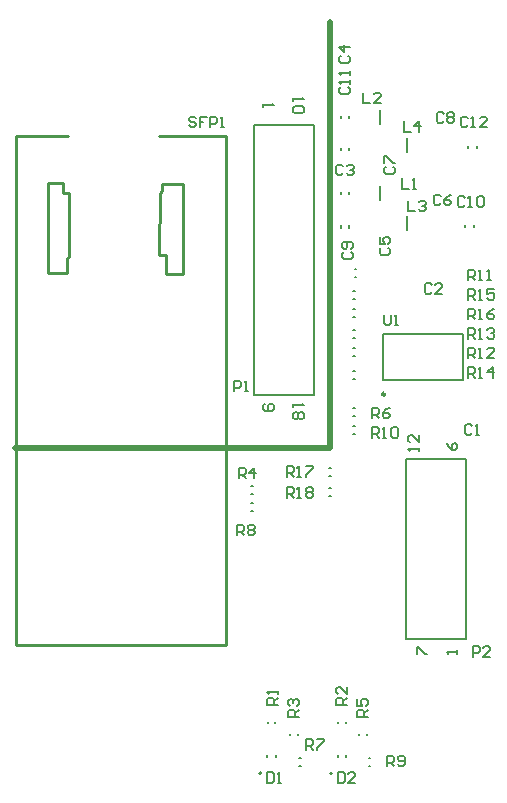
<source format=gto>
G04 Layer_Color=65535*
%FSAX25Y25*%
%MOIN*%
G70*
G01*
G75*
%ADD31C,0.00984*%
%ADD32C,0.00787*%
%ADD33C,0.01000*%
%ADD34C,0.01969*%
%ADD35C,0.00780*%
D31*
X2308106Y1283748D02*
G03*
X2308106Y1283748I-0000492J0000000D01*
G01*
D32*
X2266947Y1157352D02*
G03*
X2266947Y1157352I-0000394J0000000D01*
G01*
X2290447D02*
G03*
X2290447Y1157352I-0000394J0000000D01*
G01*
X2307614Y1288571D02*
X2333992D01*
X2307614Y1303925D02*
X2333992D01*
X2307614Y1288571D02*
Y1303925D01*
X2333992Y1288571D02*
Y1303925D01*
X2293425Y1350354D02*
Y1351142D01*
X2296181Y1350354D02*
Y1351142D01*
X2293425Y1375854D02*
Y1376642D01*
X2296181Y1375854D02*
Y1376642D01*
X2296181Y1339209D02*
Y1339996D01*
X2293425Y1339209D02*
Y1339996D01*
X2337681Y1339354D02*
Y1340142D01*
X2334925Y1339354D02*
Y1340142D01*
X2296181Y1365000D02*
Y1365787D01*
X2293425Y1365000D02*
Y1365787D01*
X2338681Y1365854D02*
Y1366642D01*
X2335925Y1365854D02*
Y1366642D01*
X2268925Y1162709D02*
Y1163496D01*
X2271681Y1162709D02*
Y1163496D01*
X2292425Y1162709D02*
Y1163496D01*
X2295181Y1162709D02*
Y1163496D01*
X2306303Y1348386D02*
Y1353110D01*
Y1373886D02*
Y1378610D01*
X2315303Y1338386D02*
Y1343110D01*
Y1364386D02*
Y1369110D01*
X2264520Y1283626D02*
X2284520D01*
X2264520D02*
Y1373626D01*
X2284520Y1283626D02*
Y1373626D01*
X2264520D02*
X2284520D01*
X2315134Y1262157D02*
X2335134D01*
Y1202157D02*
Y1262157D01*
X2315134Y1202157D02*
X2335134D01*
X2315134D02*
Y1262157D01*
X2269024Y1174051D02*
Y1174445D01*
X2271583Y1174051D02*
Y1174445D01*
X2292524Y1174051D02*
Y1174445D01*
X2295083Y1174051D02*
Y1174445D01*
X2279083Y1170051D02*
Y1170445D01*
X2276524Y1170051D02*
Y1170445D01*
X2263606Y1250469D02*
X2264000D01*
X2263606Y1253028D02*
X2264000D01*
X2302083Y1170051D02*
Y1170445D01*
X2299524Y1170051D02*
Y1170445D01*
X2297606Y1276468D02*
X2298000D01*
X2297606Y1279027D02*
X2298000D01*
X2279606Y1162527D02*
X2280000D01*
X2279606Y1159968D02*
X2280000D01*
X2263606Y1247528D02*
X2264000D01*
X2263606Y1244969D02*
X2264000D01*
X2302752Y1162527D02*
X2303146D01*
X2302752Y1159968D02*
X2303146D01*
X2297606Y1273028D02*
X2298000D01*
X2297606Y1270469D02*
X2298000D01*
X2298106Y1322968D02*
X2298500D01*
X2298106Y1325527D02*
X2298500D01*
X2297606Y1296469D02*
X2298000D01*
X2297606Y1299028D02*
X2298000D01*
X2297606Y1302468D02*
X2298000D01*
X2297606Y1305027D02*
X2298000D01*
X2297606Y1288968D02*
X2298000D01*
X2297606Y1291527D02*
X2298000D01*
X2297606Y1315469D02*
X2298000D01*
X2297606Y1318027D02*
X2298000D01*
X2297606Y1309468D02*
X2298000D01*
X2297606Y1312027D02*
X2298000D01*
X2289606Y1256468D02*
X2290000D01*
X2289606Y1259027D02*
X2290000D01*
X2289606Y1249969D02*
X2290000D01*
X2289606Y1252528D02*
X2290000D01*
D33*
X2195646Y1353985D02*
X2200764D01*
X2195646Y1324162D02*
Y1353985D01*
X2232949Y1330166D02*
X2233047Y1350934D01*
X2232949Y1330166D02*
X2235213D01*
Y1323670D02*
Y1330166D01*
Y1323670D02*
X2240724D01*
Y1353788D01*
X2233638D02*
X2240724D01*
X2233638Y1351623D02*
Y1353788D01*
X2233047Y1350934D02*
X2233638Y1351623D01*
X2200764Y1350737D02*
Y1353985D01*
Y1350737D02*
X2202929D01*
Y1329379D02*
Y1350737D01*
X2202142Y1329280D02*
X2202929Y1329379D01*
X2202142Y1324162D02*
Y1329280D01*
X2195646Y1324162D02*
X2202142D01*
X2185234Y1200157D02*
Y1346757D01*
Y1200157D02*
X2255134D01*
X2185234Y1346757D02*
Y1369957D01*
X2255134Y1200157D02*
Y1369957D01*
X2232791D02*
X2255134D01*
X2185234D02*
X2202291D01*
D34*
X2184803Y1265748D02*
X2289803D01*
Y1407748D01*
D35*
X2307803Y1310247D02*
Y1307331D01*
X2308386Y1306748D01*
X2309553D01*
X2310136Y1307331D01*
Y1310247D01*
X2311302Y1306748D02*
X2312468D01*
X2311885D01*
Y1310247D01*
X2311302Y1309664D01*
X2245136Y1375664D02*
X2244552Y1376247D01*
X2243386D01*
X2242803Y1375664D01*
Y1375081D01*
X2243386Y1374498D01*
X2244552D01*
X2245136Y1373914D01*
Y1373331D01*
X2244552Y1372748D01*
X2243386D01*
X2242803Y1373331D01*
X2248635Y1376247D02*
X2246302D01*
Y1374498D01*
X2247468D01*
X2246302D01*
Y1372748D01*
X2249801D02*
Y1376247D01*
X2251550D01*
X2252133Y1375664D01*
Y1374498D01*
X2251550Y1373914D01*
X2249801D01*
X2253300Y1372748D02*
X2254466D01*
X2253883D01*
Y1376247D01*
X2253300Y1375664D01*
X2337136Y1273164D02*
X2336552Y1273747D01*
X2335386D01*
X2334803Y1273164D01*
Y1270831D01*
X2335386Y1270248D01*
X2336552D01*
X2337136Y1270831D01*
X2338302Y1270248D02*
X2339468D01*
X2338885D01*
Y1273747D01*
X2338302Y1273164D01*
X2323636Y1320164D02*
X2323052Y1320747D01*
X2321886D01*
X2321303Y1320164D01*
Y1317831D01*
X2321886Y1317248D01*
X2323052D01*
X2323636Y1317831D01*
X2327135Y1317248D02*
X2324802D01*
X2327135Y1319581D01*
Y1320164D01*
X2326551Y1320747D01*
X2325385D01*
X2324802Y1320164D01*
X2294136Y1359664D02*
X2293553Y1360247D01*
X2292386D01*
X2291803Y1359664D01*
Y1357331D01*
X2292386Y1356748D01*
X2293553D01*
X2294136Y1357331D01*
X2295302Y1359664D02*
X2295885Y1360247D01*
X2297051D01*
X2297635Y1359664D01*
Y1359081D01*
X2297051Y1358498D01*
X2296468D01*
X2297051D01*
X2297635Y1357914D01*
Y1357331D01*
X2297051Y1356748D01*
X2295885D01*
X2295302Y1357331D01*
X2293387Y1396581D02*
X2292804Y1395998D01*
Y1394831D01*
X2293387Y1394248D01*
X2295720D01*
X2296303Y1394831D01*
Y1395998D01*
X2295720Y1396581D01*
X2296303Y1399496D02*
X2292804D01*
X2294554Y1397747D01*
Y1400080D01*
X2306887Y1332581D02*
X2306304Y1331997D01*
Y1330831D01*
X2306887Y1330248D01*
X2309220D01*
X2309803Y1330831D01*
Y1331997D01*
X2309220Y1332581D01*
X2306304Y1336080D02*
Y1333747D01*
X2308054D01*
X2307471Y1334913D01*
Y1335496D01*
X2308054Y1336080D01*
X2309220D01*
X2309803Y1335496D01*
Y1334330D01*
X2309220Y1333747D01*
X2326636Y1349664D02*
X2326052Y1350247D01*
X2324886D01*
X2324303Y1349664D01*
Y1347331D01*
X2324886Y1346748D01*
X2326052D01*
X2326636Y1347331D01*
X2330135Y1350247D02*
X2328968Y1349664D01*
X2327802Y1348497D01*
Y1347331D01*
X2328385Y1346748D01*
X2329551D01*
X2330135Y1347331D01*
Y1347914D01*
X2329551Y1348497D01*
X2327802D01*
X2308387Y1359581D02*
X2307804Y1358998D01*
Y1357831D01*
X2308387Y1357248D01*
X2310720D01*
X2311303Y1357831D01*
Y1358998D01*
X2310720Y1359581D01*
X2307804Y1360747D02*
Y1363079D01*
X2308387D01*
X2310720Y1360747D01*
X2311303D01*
X2327636Y1377164D02*
X2327052Y1377747D01*
X2325886D01*
X2325303Y1377164D01*
Y1374831D01*
X2325886Y1374248D01*
X2327052D01*
X2327636Y1374831D01*
X2328802Y1377164D02*
X2329385Y1377747D01*
X2330551D01*
X2331135Y1377164D01*
Y1376581D01*
X2330551Y1375998D01*
X2331135Y1375414D01*
Y1374831D01*
X2330551Y1374248D01*
X2329385D01*
X2328802Y1374831D01*
Y1375414D01*
X2329385Y1375998D01*
X2328802Y1376581D01*
Y1377164D01*
X2329385Y1375998D02*
X2330551D01*
X2294387Y1331081D02*
X2293804Y1330497D01*
Y1329331D01*
X2294387Y1328748D01*
X2296720D01*
X2297303Y1329331D01*
Y1330497D01*
X2296720Y1331081D01*
Y1332247D02*
X2297303Y1332830D01*
Y1333996D01*
X2296720Y1334579D01*
X2294387D01*
X2293804Y1333996D01*
Y1332830D01*
X2294387Y1332247D01*
X2294971D01*
X2295554Y1332830D01*
Y1334579D01*
X2334636Y1349164D02*
X2334052Y1349747D01*
X2332886D01*
X2332303Y1349164D01*
Y1346831D01*
X2332886Y1346248D01*
X2334052D01*
X2334636Y1346831D01*
X2335802Y1346248D02*
X2336968D01*
X2336385D01*
Y1349747D01*
X2335802Y1349164D01*
X2338718D02*
X2339301Y1349747D01*
X2340467D01*
X2341050Y1349164D01*
Y1346831D01*
X2340467Y1346248D01*
X2339301D01*
X2338718Y1346831D01*
Y1349164D01*
X2293387Y1386081D02*
X2292804Y1385497D01*
Y1384331D01*
X2293387Y1383748D01*
X2295720D01*
X2296303Y1384331D01*
Y1385497D01*
X2295720Y1386081D01*
X2296303Y1387247D02*
Y1388413D01*
Y1387830D01*
X2292804D01*
X2293387Y1387247D01*
X2296303Y1390163D02*
Y1391329D01*
Y1390746D01*
X2292804D01*
X2293387Y1390163D01*
X2335636Y1375664D02*
X2335052Y1376247D01*
X2333886D01*
X2333303Y1375664D01*
Y1373331D01*
X2333886Y1372748D01*
X2335052D01*
X2335636Y1373331D01*
X2336802Y1372748D02*
X2337968D01*
X2337385D01*
Y1376247D01*
X2336802Y1375664D01*
X2342050Y1372748D02*
X2339718D01*
X2342050Y1375081D01*
Y1375664D01*
X2341467Y1376247D01*
X2340301D01*
X2339718Y1375664D01*
X2268803Y1157747D02*
Y1154248D01*
X2270552D01*
X2271136Y1154831D01*
Y1157164D01*
X2270552Y1157747D01*
X2268803D01*
X2272302Y1154248D02*
X2273468D01*
X2272885D01*
Y1157747D01*
X2272302Y1157164D01*
X2292303Y1157747D02*
Y1154248D01*
X2294053D01*
X2294636Y1154831D01*
Y1157164D01*
X2294053Y1157747D01*
X2292303D01*
X2298135Y1154248D02*
X2295802D01*
X2298135Y1156581D01*
Y1157164D01*
X2297551Y1157747D01*
X2296385D01*
X2295802Y1157164D01*
X2313803Y1355747D02*
Y1352248D01*
X2316136D01*
X2317302D02*
X2318468D01*
X2317885D01*
Y1355747D01*
X2317302Y1355164D01*
X2300803Y1384247D02*
Y1380748D01*
X2303136D01*
X2306635D02*
X2304302D01*
X2306635Y1383081D01*
Y1383664D01*
X2306051Y1384247D01*
X2304885D01*
X2304302Y1383664D01*
X2315803Y1348247D02*
Y1344748D01*
X2318136D01*
X2319302Y1347664D02*
X2319885Y1348247D01*
X2321051D01*
X2321635Y1347664D01*
Y1347081D01*
X2321051Y1346498D01*
X2320468D01*
X2321051D01*
X2321635Y1345914D01*
Y1345331D01*
X2321051Y1344748D01*
X2319885D01*
X2319302Y1345331D01*
X2314303Y1374747D02*
Y1371248D01*
X2316636D01*
X2319551D02*
Y1374747D01*
X2317802Y1372997D01*
X2320135D01*
X2257803Y1284748D02*
Y1288247D01*
X2259553D01*
X2260136Y1287664D01*
Y1286497D01*
X2259553Y1285914D01*
X2257803D01*
X2261302Y1284748D02*
X2262468D01*
X2261885D01*
Y1288247D01*
X2261302Y1287664D01*
X2277520Y1280626D02*
Y1279460D01*
Y1280043D01*
X2281018D01*
X2280435Y1280626D01*
Y1277710D02*
X2281018Y1277127D01*
Y1275961D01*
X2280435Y1275378D01*
X2279852D01*
X2279269Y1275961D01*
X2278686Y1275378D01*
X2278103D01*
X2277520Y1275961D01*
Y1277127D01*
X2278103Y1277710D01*
X2278686D01*
X2279269Y1277127D01*
X2279852Y1277710D01*
X2280435D01*
X2279269Y1277127D02*
Y1275961D01*
X2268103Y1280626D02*
X2267520Y1280043D01*
Y1278876D01*
X2268103Y1278293D01*
X2270435D01*
X2271018Y1278876D01*
Y1280043D01*
X2270435Y1280626D01*
X2269852D01*
X2269269Y1280043D01*
Y1278293D01*
X2267520Y1380626D02*
Y1379460D01*
Y1380043D01*
X2271018D01*
X2270435Y1380626D01*
X2277520Y1382626D02*
Y1381460D01*
Y1382043D01*
X2281018D01*
X2280435Y1382626D01*
Y1379710D02*
X2281018Y1379127D01*
Y1377961D01*
X2280435Y1377378D01*
X2278103D01*
X2277520Y1377961D01*
Y1379127D01*
X2278103Y1379710D01*
X2280435D01*
X2337303Y1196248D02*
Y1199747D01*
X2339053D01*
X2339636Y1199164D01*
Y1197997D01*
X2339053Y1197414D01*
X2337303D01*
X2343135Y1196248D02*
X2340802D01*
X2343135Y1198581D01*
Y1199164D01*
X2342551Y1199747D01*
X2341385D01*
X2340802Y1199164D01*
X2319303Y1264748D02*
Y1265914D01*
Y1265331D01*
X2315804D01*
X2316387Y1264748D01*
X2319303Y1269996D02*
Y1267664D01*
X2316970Y1269996D01*
X2316387D01*
X2315804Y1269413D01*
Y1268247D01*
X2316387Y1267664D01*
X2328635Y1267490D02*
X2329218Y1266324D01*
X2330384Y1265157D01*
X2331551D01*
X2332134Y1265741D01*
Y1266907D01*
X2331551Y1267490D01*
X2330968D01*
X2330384Y1266907D01*
Y1265157D01*
X2332134Y1197157D02*
Y1198324D01*
Y1197741D01*
X2328635D01*
X2329218Y1197157D01*
X2318635D02*
Y1199490D01*
X2319218D01*
X2321551Y1197157D01*
X2322134D01*
X2272303Y1180248D02*
X2268804D01*
Y1181997D01*
X2269387Y1182581D01*
X2270554D01*
X2271137Y1181997D01*
Y1180248D01*
Y1181414D02*
X2272303Y1182581D01*
Y1183747D02*
Y1184913D01*
Y1184330D01*
X2268804D01*
X2269387Y1183747D01*
X2295303Y1180248D02*
X2291804D01*
Y1181997D01*
X2292387Y1182581D01*
X2293554D01*
X2294137Y1181997D01*
Y1180248D01*
Y1181414D02*
X2295303Y1182581D01*
Y1186080D02*
Y1183747D01*
X2292970Y1186080D01*
X2292387D01*
X2291804Y1185496D01*
Y1184330D01*
X2292387Y1183747D01*
X2279303Y1176248D02*
X2275804D01*
Y1177997D01*
X2276387Y1178581D01*
X2277554D01*
X2278137Y1177997D01*
Y1176248D01*
Y1177414D02*
X2279303Y1178581D01*
X2276387Y1179747D02*
X2275804Y1180330D01*
Y1181496D01*
X2276387Y1182080D01*
X2276970D01*
X2277554Y1181496D01*
Y1180913D01*
Y1181496D01*
X2278137Y1182080D01*
X2278720D01*
X2279303Y1181496D01*
Y1180330D01*
X2278720Y1179747D01*
X2259303Y1255748D02*
Y1259247D01*
X2261053D01*
X2261636Y1258664D01*
Y1257498D01*
X2261053Y1256914D01*
X2259303D01*
X2260469D02*
X2261636Y1255748D01*
X2264551D02*
Y1259247D01*
X2262802Y1257498D01*
X2265135D01*
X2302303Y1176248D02*
X2298804D01*
Y1177997D01*
X2299387Y1178581D01*
X2300554D01*
X2301137Y1177997D01*
Y1176248D01*
Y1177414D02*
X2302303Y1178581D01*
X2298804Y1182080D02*
Y1179747D01*
X2300554D01*
X2299970Y1180913D01*
Y1181496D01*
X2300554Y1182080D01*
X2301720D01*
X2302303Y1181496D01*
Y1180330D01*
X2301720Y1179747D01*
X2303803Y1275748D02*
Y1279247D01*
X2305552D01*
X2306136Y1278664D01*
Y1277497D01*
X2305552Y1276914D01*
X2303803D01*
X2304969D02*
X2306136Y1275748D01*
X2309635Y1279247D02*
X2308468Y1278664D01*
X2307302Y1277497D01*
Y1276331D01*
X2307885Y1275748D01*
X2309051D01*
X2309635Y1276331D01*
Y1276914D01*
X2309051Y1277497D01*
X2307302D01*
X2281803Y1165248D02*
Y1168747D01*
X2283553D01*
X2284136Y1168164D01*
Y1166998D01*
X2283553Y1166414D01*
X2281803D01*
X2282969D02*
X2284136Y1165248D01*
X2285302Y1168747D02*
X2287635D01*
Y1168164D01*
X2285302Y1165831D01*
Y1165248D01*
X2258803Y1236748D02*
Y1240247D01*
X2260552D01*
X2261136Y1239664D01*
Y1238498D01*
X2260552Y1237914D01*
X2258803D01*
X2259969D02*
X2261136Y1236748D01*
X2262302Y1239664D02*
X2262885Y1240247D01*
X2264051D01*
X2264635Y1239664D01*
Y1239081D01*
X2264051Y1238498D01*
X2264635Y1237914D01*
Y1237331D01*
X2264051Y1236748D01*
X2262885D01*
X2262302Y1237331D01*
Y1237914D01*
X2262885Y1238498D01*
X2262302Y1239081D01*
Y1239664D01*
X2262885Y1238498D02*
X2264051D01*
X2308803Y1159748D02*
Y1163247D01*
X2310552D01*
X2311136Y1162664D01*
Y1161497D01*
X2310552Y1160914D01*
X2308803D01*
X2309969D02*
X2311136Y1159748D01*
X2312302Y1160331D02*
X2312885Y1159748D01*
X2314051D01*
X2314635Y1160331D01*
Y1162664D01*
X2314051Y1163247D01*
X2312885D01*
X2312302Y1162664D01*
Y1162081D01*
X2312885Y1161497D01*
X2314635D01*
X2303803Y1269248D02*
Y1272747D01*
X2305552D01*
X2306136Y1272164D01*
Y1270998D01*
X2305552Y1270414D01*
X2303803D01*
X2304969D02*
X2306136Y1269248D01*
X2307302D02*
X2308468D01*
X2307885D01*
Y1272747D01*
X2307302Y1272164D01*
X2310218D02*
X2310801Y1272747D01*
X2311967D01*
X2312550Y1272164D01*
Y1269831D01*
X2311967Y1269248D01*
X2310801D01*
X2310218Y1269831D01*
Y1272164D01*
X2335803Y1321748D02*
Y1325247D01*
X2337552D01*
X2338136Y1324664D01*
Y1323497D01*
X2337552Y1322914D01*
X2335803D01*
X2336969D02*
X2338136Y1321748D01*
X2339302D02*
X2340468D01*
X2339885D01*
Y1325247D01*
X2339302Y1324664D01*
X2342218Y1321748D02*
X2343384D01*
X2342801D01*
Y1325247D01*
X2342218Y1324664D01*
X2335803Y1295748D02*
Y1299247D01*
X2337552D01*
X2338136Y1298664D01*
Y1297497D01*
X2337552Y1296914D01*
X2335803D01*
X2336969D02*
X2338136Y1295748D01*
X2339302D02*
X2340468D01*
X2339885D01*
Y1299247D01*
X2339302Y1298664D01*
X2344550Y1295748D02*
X2342218D01*
X2344550Y1298081D01*
Y1298664D01*
X2343967Y1299247D01*
X2342801D01*
X2342218Y1298664D01*
X2335803Y1302248D02*
Y1305747D01*
X2337552D01*
X2338136Y1305164D01*
Y1303998D01*
X2337552Y1303414D01*
X2335803D01*
X2336969D02*
X2338136Y1302248D01*
X2339302D02*
X2340468D01*
X2339885D01*
Y1305747D01*
X2339302Y1305164D01*
X2342218D02*
X2342801Y1305747D01*
X2343967D01*
X2344550Y1305164D01*
Y1304581D01*
X2343967Y1303998D01*
X2343384D01*
X2343967D01*
X2344550Y1303414D01*
Y1302831D01*
X2343967Y1302248D01*
X2342801D01*
X2342218Y1302831D01*
X2335803Y1289248D02*
Y1292747D01*
X2337552D01*
X2338136Y1292164D01*
Y1290998D01*
X2337552Y1290414D01*
X2335803D01*
X2336969D02*
X2338136Y1289248D01*
X2339302D02*
X2340468D01*
X2339885D01*
Y1292747D01*
X2339302Y1292164D01*
X2343967Y1289248D02*
Y1292747D01*
X2342218Y1290998D01*
X2344550D01*
X2335803Y1315248D02*
Y1318747D01*
X2337552D01*
X2338136Y1318164D01*
Y1316998D01*
X2337552Y1316414D01*
X2335803D01*
X2336969D02*
X2338136Y1315248D01*
X2339302D02*
X2340468D01*
X2339885D01*
Y1318747D01*
X2339302Y1318164D01*
X2344550Y1318747D02*
X2342218D01*
Y1316998D01*
X2343384Y1317581D01*
X2343967D01*
X2344550Y1316998D01*
Y1315831D01*
X2343967Y1315248D01*
X2342801D01*
X2342218Y1315831D01*
X2335803Y1308748D02*
Y1312247D01*
X2337552D01*
X2338136Y1311664D01*
Y1310497D01*
X2337552Y1309914D01*
X2335803D01*
X2336969D02*
X2338136Y1308748D01*
X2339302D02*
X2340468D01*
X2339885D01*
Y1312247D01*
X2339302Y1311664D01*
X2344550Y1312247D02*
X2343384Y1311664D01*
X2342218Y1310497D01*
Y1309331D01*
X2342801Y1308748D01*
X2343967D01*
X2344550Y1309331D01*
Y1309914D01*
X2343967Y1310497D01*
X2342218D01*
X2275303Y1256248D02*
Y1259747D01*
X2277052D01*
X2277636Y1259164D01*
Y1257998D01*
X2277052Y1257414D01*
X2275303D01*
X2276469D02*
X2277636Y1256248D01*
X2278802D02*
X2279968D01*
X2279385D01*
Y1259747D01*
X2278802Y1259164D01*
X2281718Y1259747D02*
X2284050D01*
Y1259164D01*
X2281718Y1256831D01*
Y1256248D01*
X2275303Y1249248D02*
Y1252747D01*
X2277052D01*
X2277636Y1252164D01*
Y1250998D01*
X2277052Y1250414D01*
X2275303D01*
X2276469D02*
X2277636Y1249248D01*
X2278802D02*
X2279968D01*
X2279385D01*
Y1252747D01*
X2278802Y1252164D01*
X2281718D02*
X2282301Y1252747D01*
X2283467D01*
X2284050Y1252164D01*
Y1251581D01*
X2283467Y1250998D01*
X2284050Y1250414D01*
Y1249831D01*
X2283467Y1249248D01*
X2282301D01*
X2281718Y1249831D01*
Y1250414D01*
X2282301Y1250998D01*
X2281718Y1251581D01*
Y1252164D01*
X2282301Y1250998D02*
X2283467D01*
M02*

</source>
